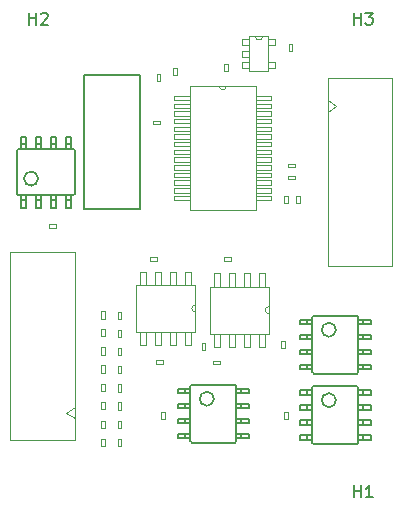
<source format=gbr>
%TF.GenerationSoftware,KiCad,Pcbnew,8.0.7*%
%TF.CreationDate,2025-01-10T16:13:59+05:30*%
%TF.ProjectId,STHDAQ_B0_COPY,53544844-4151-45f4-9230-5f434f50592e,rev?*%
%TF.SameCoordinates,Original*%
%TF.FileFunction,AssemblyDrawing,Top*%
%FSLAX46Y46*%
G04 Gerber Fmt 4.6, Leading zero omitted, Abs format (unit mm)*
G04 Created by KiCad (PCBNEW 8.0.7) date 2025-01-10 16:13:59*
%MOMM*%
%LPD*%
G01*
G04 APERTURE LIST*
%ADD10C,0.150000*%
%ADD11C,0.100000*%
%ADD12C,0.025400*%
%ADD13C,0.127000*%
G04 APERTURE END LIST*
D10*
X209999095Y-60911819D02*
X209999095Y-59911819D01*
X209999095Y-60388009D02*
X210570523Y-60388009D01*
X210570523Y-60911819D02*
X210570523Y-59911819D01*
X210951476Y-59911819D02*
X211570523Y-59911819D01*
X211570523Y-59911819D02*
X211237190Y-60292771D01*
X211237190Y-60292771D02*
X211380047Y-60292771D01*
X211380047Y-60292771D02*
X211475285Y-60340390D01*
X211475285Y-60340390D02*
X211522904Y-60388009D01*
X211522904Y-60388009D02*
X211570523Y-60483247D01*
X211570523Y-60483247D02*
X211570523Y-60721342D01*
X211570523Y-60721342D02*
X211522904Y-60816580D01*
X211522904Y-60816580D02*
X211475285Y-60864200D01*
X211475285Y-60864200D02*
X211380047Y-60911819D01*
X211380047Y-60911819D02*
X211094333Y-60911819D01*
X211094333Y-60911819D02*
X210999095Y-60864200D01*
X210999095Y-60864200D02*
X210951476Y-60816580D01*
X209999095Y-100911819D02*
X209999095Y-99911819D01*
X209999095Y-100388009D02*
X210570523Y-100388009D01*
X210570523Y-100911819D02*
X210570523Y-99911819D01*
X211570523Y-100911819D02*
X210999095Y-100911819D01*
X211284809Y-100911819D02*
X211284809Y-99911819D01*
X211284809Y-99911819D02*
X211189571Y-100054676D01*
X211189571Y-100054676D02*
X211094333Y-100149914D01*
X211094333Y-100149914D02*
X210999095Y-100197533D01*
X182499095Y-60911819D02*
X182499095Y-59911819D01*
X182499095Y-60388009D02*
X183070523Y-60388009D01*
X183070523Y-60911819D02*
X183070523Y-59911819D01*
X183499095Y-60007057D02*
X183546714Y-59959438D01*
X183546714Y-59959438D02*
X183641952Y-59911819D01*
X183641952Y-59911819D02*
X183880047Y-59911819D01*
X183880047Y-59911819D02*
X183975285Y-59959438D01*
X183975285Y-59959438D02*
X184022904Y-60007057D01*
X184022904Y-60007057D02*
X184070523Y-60102295D01*
X184070523Y-60102295D02*
X184070523Y-60197533D01*
X184070523Y-60197533D02*
X184022904Y-60340390D01*
X184022904Y-60340390D02*
X183451476Y-60911819D01*
X183451476Y-60911819D02*
X184070523Y-60911819D01*
D11*
%TO.C,C13*%
X204373200Y-73731998D02*
X204973200Y-73731998D01*
X204373200Y-74031998D02*
X204373200Y-73731998D01*
X204973200Y-73731998D02*
X204973200Y-74031998D01*
X204973200Y-74031998D02*
X204373200Y-74031998D01*
%TO.C,C9*%
X194668000Y-64597000D02*
X194968000Y-64597000D01*
X194668000Y-65197000D02*
X194668000Y-64597000D01*
X194968000Y-64597000D02*
X194968000Y-65197000D01*
X194968000Y-65197000D02*
X194668000Y-65197000D01*
%TO.C,C20*%
X189969000Y-86756000D02*
X190269000Y-86756000D01*
X189969000Y-87356000D02*
X189969000Y-86756000D01*
X190269000Y-86756000D02*
X190269000Y-87356000D01*
X190269000Y-87356000D02*
X189969000Y-87356000D01*
%TO.C,C6*%
X192994000Y-69065000D02*
X193594000Y-69065000D01*
X192994000Y-69365000D02*
X192994000Y-69065000D01*
X193594000Y-69065000D02*
X193594000Y-69365000D01*
X193594000Y-69365000D02*
X192994000Y-69365000D01*
D12*
%TO.C,U4*%
X197777100Y-83096100D02*
X197777100Y-87083900D01*
X197777100Y-87083900D02*
X202780900Y-87083900D01*
X198120000Y-81991200D02*
X198120000Y-83096100D01*
X198120000Y-83096100D02*
X198628000Y-83096100D01*
X198120000Y-87083900D02*
X198120000Y-88188800D01*
X198120000Y-88188800D02*
X198628000Y-88188800D01*
X198628000Y-81991200D02*
X198120000Y-81991200D01*
X198628000Y-83096100D02*
X198628000Y-81991200D01*
X198628000Y-87083900D02*
X198120000Y-87083900D01*
X198628000Y-88188800D02*
X198628000Y-87083900D01*
X199390000Y-81991200D02*
X199390000Y-83096100D01*
X199390000Y-83096100D02*
X199898000Y-83096100D01*
X199390000Y-87083900D02*
X199390000Y-88188800D01*
X199390000Y-88188800D02*
X199898000Y-88188800D01*
X199898000Y-81991200D02*
X199390000Y-81991200D01*
X199898000Y-83096100D02*
X199898000Y-81991200D01*
X199898000Y-87083900D02*
X199390000Y-87083900D01*
X199898000Y-88188800D02*
X199898000Y-87083900D01*
X200660000Y-81991200D02*
X200660000Y-83096100D01*
X200660000Y-83096100D02*
X201168000Y-83096100D01*
X200660000Y-87083900D02*
X200660000Y-88188800D01*
X200660000Y-88188800D02*
X201168000Y-88188800D01*
X201168000Y-81991200D02*
X200660000Y-81991200D01*
X201168000Y-83096100D02*
X201168000Y-81991200D01*
X201168000Y-87083900D02*
X200660000Y-87083900D01*
X201168000Y-88188800D02*
X201168000Y-87083900D01*
X201930000Y-81991200D02*
X201930000Y-83096100D01*
X201930000Y-83096100D02*
X202438000Y-83096100D01*
X201930000Y-87083900D02*
X201930000Y-88188800D01*
X201930000Y-88188800D02*
X202438000Y-88188800D01*
X202438000Y-81991200D02*
X201930000Y-81991200D01*
X202438000Y-83096100D02*
X202438000Y-81991200D01*
X202438000Y-87083900D02*
X201930000Y-87083900D01*
X202438000Y-88188800D02*
X202438000Y-87083900D01*
X202780900Y-83096100D02*
X197777100Y-83096100D01*
X202780900Y-87083900D02*
X202780900Y-83096100D01*
X202780900Y-85394800D02*
G75*
G02*
X202780900Y-84785200I0J304800D01*
G01*
D11*
%TO.C,C3*%
X198999000Y-80622000D02*
X199599000Y-80622000D01*
X198999000Y-80922000D02*
X198999000Y-80622000D01*
X199599000Y-80622000D02*
X199599000Y-80922000D01*
X199599000Y-80922000D02*
X198999000Y-80922000D01*
%TO.C,R2*%
X193652000Y-93680000D02*
X193952000Y-93680000D01*
X193652000Y-94280000D02*
X193652000Y-93680000D01*
X193952000Y-93680000D02*
X193952000Y-94280000D01*
X193952000Y-94280000D02*
X193652000Y-94280000D01*
%TO.C,R11*%
X204066000Y-93680000D02*
X204366000Y-93680000D01*
X204066000Y-94280000D02*
X204066000Y-93680000D01*
X204366000Y-93680000D02*
X204366000Y-94280000D01*
X204366000Y-94280000D02*
X204066000Y-94280000D01*
%TO.C,J2*%
X213205457Y-65481000D02*
X213205457Y-81331000D01*
X208462564Y-67781000D02*
X207755457Y-68281000D01*
X207755457Y-81331000D02*
X213205457Y-81331000D01*
X207755457Y-67281000D02*
X208462564Y-67781000D01*
X207755457Y-65481000D02*
X213205457Y-65481000D01*
X207755457Y-65481000D02*
X207755457Y-81331000D01*
%TO.C,C12*%
X204373200Y-72715998D02*
X204973200Y-72715998D01*
X204373200Y-73015998D02*
X204373200Y-72715998D01*
X204973200Y-72715998D02*
X204973200Y-73015998D01*
X204973200Y-73015998D02*
X204373200Y-73015998D01*
D13*
%TO.C,U5*%
X195072408Y-91757990D02*
X195485209Y-91757990D01*
X195072408Y-92138000D02*
X195072408Y-91757990D01*
X195072408Y-92138000D02*
X195485209Y-92138000D01*
X195072408Y-93027990D02*
X195485209Y-93027990D01*
X195072408Y-93408000D02*
X195072408Y-93027990D01*
X195072408Y-93408000D02*
X195485209Y-93408000D01*
X195072408Y-94297990D02*
X195485209Y-94297990D01*
X195072408Y-94678000D02*
X195072408Y-94297990D01*
X195072408Y-94678000D02*
X195485209Y-94678000D01*
X195072408Y-95567990D02*
X195485209Y-95567990D01*
X195072408Y-95948000D02*
X195072408Y-95567990D01*
X195072408Y-95948000D02*
X195485209Y-95948000D01*
X195485209Y-91757990D02*
X195699179Y-91757990D01*
X195485209Y-92138000D02*
X195699179Y-92138000D01*
X195485209Y-93027990D02*
X195699179Y-93027990D01*
X195485209Y-93408000D02*
X195699179Y-93408000D01*
X195485209Y-94297990D02*
X195699179Y-94297990D01*
X195485209Y-94678000D02*
X195699179Y-94678000D01*
X195485209Y-95567990D02*
X195699179Y-95567990D01*
X195485209Y-95948000D02*
X195699179Y-95948000D01*
X195699179Y-91757990D02*
X196079163Y-91757990D01*
X195699179Y-92138000D02*
X195699179Y-91757990D01*
X195699179Y-92138000D02*
X196079163Y-92138000D01*
X195699179Y-93027990D02*
X196079163Y-93027990D01*
X195699179Y-93408000D02*
X195699179Y-93027990D01*
X195699179Y-93408000D02*
X196079163Y-93408000D01*
X195699179Y-94297990D02*
X196079163Y-94297990D01*
X195699179Y-94678000D02*
X195699179Y-94297990D01*
X195699179Y-94678000D02*
X196079163Y-94678000D01*
X195699179Y-95567990D02*
X196079163Y-95567990D01*
X195699179Y-95948000D02*
X195699179Y-95567990D01*
X195699179Y-95948000D02*
X196079163Y-95948000D01*
X196079163Y-91757990D02*
X196122419Y-91757990D01*
X196079163Y-92138000D02*
X196122419Y-92138000D01*
X196079163Y-93027990D02*
X196122419Y-93027990D01*
X196079163Y-93408000D02*
X196122419Y-93408000D01*
X196079163Y-94297990D02*
X196122419Y-94297990D01*
X196079163Y-94678000D02*
X196122419Y-94678000D01*
X196079163Y-95567990D02*
X196122419Y-95567990D01*
X196079163Y-95948000D02*
X196122419Y-95948000D01*
X196122419Y-91530000D02*
X196122419Y-91529060D01*
X196122419Y-92138000D02*
X196122419Y-91757990D01*
X196122419Y-93408000D02*
X196122419Y-93027990D01*
X196122419Y-94678000D02*
X196122419Y-94297990D01*
X196122419Y-95948000D02*
X196122419Y-95567990D01*
X196122419Y-96175990D02*
X196122419Y-91530000D01*
X196122419Y-96176930D02*
X196122419Y-96175990D01*
X196248479Y-91403000D02*
X196249419Y-91403000D01*
X196248479Y-96302990D02*
X196249419Y-96302990D01*
X196249419Y-91403000D02*
X197742431Y-91403000D01*
X196249419Y-96302990D02*
X197742431Y-96302990D01*
X197742431Y-91403000D02*
X197892418Y-91403000D01*
X197742431Y-91403000D02*
X197892418Y-91403000D01*
X197742431Y-96302990D02*
X197892418Y-96302990D01*
X197742431Y-96302990D02*
X197892418Y-96302990D01*
X197892418Y-91403000D02*
X198252412Y-91403000D01*
X197892418Y-96302990D02*
X198252412Y-96302990D01*
X198252412Y-91403000D02*
X198402424Y-91403000D01*
X198252412Y-91403000D02*
X198402424Y-91403000D01*
X198252412Y-96302990D02*
X198402424Y-96302990D01*
X198252412Y-96302990D02*
X198402424Y-96302990D01*
X198402424Y-91403000D02*
X199895411Y-91403000D01*
X198402424Y-96302990D02*
X199895411Y-96302990D01*
X199895411Y-91403000D02*
X199896351Y-91403000D01*
X199895411Y-96302990D02*
X199896351Y-96302990D01*
X200022411Y-91530000D02*
X200022411Y-91529060D01*
X200022411Y-91757990D02*
X200065667Y-91757990D01*
X200022411Y-92138000D02*
X200022411Y-91757990D01*
X200022411Y-92138000D02*
X200065667Y-92138000D01*
X200022411Y-93027990D02*
X200065667Y-93027990D01*
X200022411Y-93408000D02*
X200022411Y-93027990D01*
X200022411Y-93408000D02*
X200065667Y-93408000D01*
X200022411Y-94297990D02*
X200065667Y-94297990D01*
X200022411Y-94678000D02*
X200022411Y-94297990D01*
X200022411Y-94678000D02*
X200065667Y-94678000D01*
X200022411Y-95567990D02*
X200065667Y-95567990D01*
X200022411Y-95948000D02*
X200022411Y-95567990D01*
X200022411Y-95948000D02*
X200065667Y-95948000D01*
X200022411Y-96175990D02*
X200022411Y-91530000D01*
X200022411Y-96176930D02*
X200022411Y-96175990D01*
X200065667Y-91757990D02*
X200445677Y-91757990D01*
X200065667Y-92138000D02*
X200445677Y-92138000D01*
X200065667Y-93027990D02*
X200445677Y-93027990D01*
X200065667Y-93408000D02*
X200445677Y-93408000D01*
X200065667Y-94297990D02*
X200445677Y-94297990D01*
X200065667Y-94678000D02*
X200445677Y-94678000D01*
X200065667Y-95567990D02*
X200445677Y-95567990D01*
X200065667Y-95948000D02*
X200445677Y-95948000D01*
X200445677Y-91757990D02*
X200659621Y-91757990D01*
X200445677Y-92138000D02*
X200445677Y-91757990D01*
X200445677Y-92138000D02*
X200659621Y-92138000D01*
X200445677Y-93027990D02*
X200659621Y-93027990D01*
X200445677Y-93408000D02*
X200445677Y-93027990D01*
X200445677Y-93408000D02*
X200659621Y-93408000D01*
X200445677Y-94297990D02*
X200659621Y-94297990D01*
X200445677Y-94678000D02*
X200445677Y-94297990D01*
X200445677Y-94678000D02*
X200659621Y-94678000D01*
X200445677Y-95567990D02*
X200659621Y-95567990D01*
X200445677Y-95948000D02*
X200445677Y-95567990D01*
X200445677Y-95948000D02*
X200659621Y-95948000D01*
X200659621Y-91757990D02*
X201072422Y-91757990D01*
X200659621Y-92138000D02*
X201072422Y-92138000D01*
X200659621Y-93027990D02*
X201072422Y-93027990D01*
X200659621Y-93408000D02*
X201072422Y-93408000D01*
X200659621Y-94297990D02*
X201072422Y-94297990D01*
X200659621Y-94678000D02*
X201072422Y-94678000D01*
X200659621Y-95567990D02*
X201072422Y-95567990D01*
X200659621Y-95948000D02*
X201072422Y-95948000D01*
X201072422Y-92138000D02*
X201072422Y-91757990D01*
X201072422Y-93408000D02*
X201072422Y-93027990D01*
X201072422Y-94678000D02*
X201072422Y-94297990D01*
X201072422Y-95948000D02*
X201072422Y-95567990D01*
X196122417Y-91529059D02*
G75*
G02*
X196248478Y-91402998I127004J-943D01*
G01*
X196248478Y-96302992D02*
G75*
G02*
X196122417Y-96176931I943J127004D01*
G01*
X197519419Y-91999900D02*
G75*
G02*
X197519419Y-93193700I0J-596900D01*
G01*
X197519419Y-93193700D02*
G75*
G02*
X197519419Y-91999900I0J596900D01*
G01*
X199896352Y-91402998D02*
G75*
G02*
X200022421Y-91529059I-933J-127002D01*
G01*
X200022413Y-96176931D02*
G75*
G02*
X199896352Y-96302994I-126994J931D01*
G01*
%TO.C,U7*%
X205404989Y-85915990D02*
X205817790Y-85915990D01*
X205404989Y-86296000D02*
X205404989Y-85915990D01*
X205404989Y-86296000D02*
X205817790Y-86296000D01*
X205404989Y-87185990D02*
X205817790Y-87185990D01*
X205404989Y-87566000D02*
X205404989Y-87185990D01*
X205404989Y-87566000D02*
X205817790Y-87566000D01*
X205404989Y-88455990D02*
X205817790Y-88455990D01*
X205404989Y-88836000D02*
X205404989Y-88455990D01*
X205404989Y-88836000D02*
X205817790Y-88836000D01*
X205404989Y-89725990D02*
X205817790Y-89725990D01*
X205404989Y-90106000D02*
X205404989Y-89725990D01*
X205404989Y-90106000D02*
X205817790Y-90106000D01*
X205817790Y-85915990D02*
X206031760Y-85915990D01*
X205817790Y-86296000D02*
X206031760Y-86296000D01*
X205817790Y-87185990D02*
X206031760Y-87185990D01*
X205817790Y-87566000D02*
X206031760Y-87566000D01*
X205817790Y-88455990D02*
X206031760Y-88455990D01*
X205817790Y-88836000D02*
X206031760Y-88836000D01*
X205817790Y-89725990D02*
X206031760Y-89725990D01*
X205817790Y-90106000D02*
X206031760Y-90106000D01*
X206031760Y-85915990D02*
X206411744Y-85915990D01*
X206031760Y-86296000D02*
X206031760Y-85915990D01*
X206031760Y-86296000D02*
X206411744Y-86296000D01*
X206031760Y-87185990D02*
X206411744Y-87185990D01*
X206031760Y-87566000D02*
X206031760Y-87185990D01*
X206031760Y-87566000D02*
X206411744Y-87566000D01*
X206031760Y-88455990D02*
X206411744Y-88455990D01*
X206031760Y-88836000D02*
X206031760Y-88455990D01*
X206031760Y-88836000D02*
X206411744Y-88836000D01*
X206031760Y-89725990D02*
X206411744Y-89725990D01*
X206031760Y-90106000D02*
X206031760Y-89725990D01*
X206031760Y-90106000D02*
X206411744Y-90106000D01*
X206411744Y-85915990D02*
X206455000Y-85915990D01*
X206411744Y-86296000D02*
X206455000Y-86296000D01*
X206411744Y-87185990D02*
X206455000Y-87185990D01*
X206411744Y-87566000D02*
X206455000Y-87566000D01*
X206411744Y-88455990D02*
X206455000Y-88455990D01*
X206411744Y-88836000D02*
X206455000Y-88836000D01*
X206411744Y-89725990D02*
X206455000Y-89725990D01*
X206411744Y-90106000D02*
X206455000Y-90106000D01*
X206455000Y-85688000D02*
X206455000Y-85687060D01*
X206455000Y-86296000D02*
X206455000Y-85915990D01*
X206455000Y-87566000D02*
X206455000Y-87185990D01*
X206455000Y-88836000D02*
X206455000Y-88455990D01*
X206455000Y-90106000D02*
X206455000Y-89725990D01*
X206455000Y-90333990D02*
X206455000Y-85688000D01*
X206455000Y-90334930D02*
X206455000Y-90333990D01*
X206581060Y-85561000D02*
X206582000Y-85561000D01*
X206581060Y-90460990D02*
X206582000Y-90460990D01*
X206582000Y-85561000D02*
X208075012Y-85561000D01*
X206582000Y-90460990D02*
X208075012Y-90460990D01*
X208075012Y-85561000D02*
X208224999Y-85561000D01*
X208075012Y-85561000D02*
X208224999Y-85561000D01*
X208075012Y-90460990D02*
X208224999Y-90460990D01*
X208075012Y-90460990D02*
X208224999Y-90460990D01*
X208224999Y-85561000D02*
X208584993Y-85561000D01*
X208224999Y-90460990D02*
X208584993Y-90460990D01*
X208584993Y-85561000D02*
X208735005Y-85561000D01*
X208584993Y-85561000D02*
X208735005Y-85561000D01*
X208584993Y-90460990D02*
X208735005Y-90460990D01*
X208584993Y-90460990D02*
X208735005Y-90460990D01*
X208735005Y-85561000D02*
X210227992Y-85561000D01*
X208735005Y-90460990D02*
X210227992Y-90460990D01*
X210227992Y-85561000D02*
X210228932Y-85561000D01*
X210227992Y-90460990D02*
X210228932Y-90460990D01*
X210354992Y-85688000D02*
X210354992Y-85687060D01*
X210354992Y-85915990D02*
X210398248Y-85915990D01*
X210354992Y-86296000D02*
X210354992Y-85915990D01*
X210354992Y-86296000D02*
X210398248Y-86296000D01*
X210354992Y-87185990D02*
X210398248Y-87185990D01*
X210354992Y-87566000D02*
X210354992Y-87185990D01*
X210354992Y-87566000D02*
X210398248Y-87566000D01*
X210354992Y-88455990D02*
X210398248Y-88455990D01*
X210354992Y-88836000D02*
X210354992Y-88455990D01*
X210354992Y-88836000D02*
X210398248Y-88836000D01*
X210354992Y-89725990D02*
X210398248Y-89725990D01*
X210354992Y-90106000D02*
X210354992Y-89725990D01*
X210354992Y-90106000D02*
X210398248Y-90106000D01*
X210354992Y-90333990D02*
X210354992Y-85688000D01*
X210354992Y-90334930D02*
X210354992Y-90333990D01*
X210398248Y-85915990D02*
X210778258Y-85915990D01*
X210398248Y-86296000D02*
X210778258Y-86296000D01*
X210398248Y-87185990D02*
X210778258Y-87185990D01*
X210398248Y-87566000D02*
X210778258Y-87566000D01*
X210398248Y-88455990D02*
X210778258Y-88455990D01*
X210398248Y-88836000D02*
X210778258Y-88836000D01*
X210398248Y-89725990D02*
X210778258Y-89725990D01*
X210398248Y-90106000D02*
X210778258Y-90106000D01*
X210778258Y-85915990D02*
X210992202Y-85915990D01*
X210778258Y-86296000D02*
X210778258Y-85915990D01*
X210778258Y-86296000D02*
X210992202Y-86296000D01*
X210778258Y-87185990D02*
X210992202Y-87185990D01*
X210778258Y-87566000D02*
X210778258Y-87185990D01*
X210778258Y-87566000D02*
X210992202Y-87566000D01*
X210778258Y-88455990D02*
X210992202Y-88455990D01*
X210778258Y-88836000D02*
X210778258Y-88455990D01*
X210778258Y-88836000D02*
X210992202Y-88836000D01*
X210778258Y-89725990D02*
X210992202Y-89725990D01*
X210778258Y-90106000D02*
X210778258Y-89725990D01*
X210778258Y-90106000D02*
X210992202Y-90106000D01*
X210992202Y-85915990D02*
X211405003Y-85915990D01*
X210992202Y-86296000D02*
X211405003Y-86296000D01*
X210992202Y-87185990D02*
X211405003Y-87185990D01*
X210992202Y-87566000D02*
X211405003Y-87566000D01*
X210992202Y-88455990D02*
X211405003Y-88455990D01*
X210992202Y-88836000D02*
X211405003Y-88836000D01*
X210992202Y-89725990D02*
X211405003Y-89725990D01*
X210992202Y-90106000D02*
X211405003Y-90106000D01*
X211405003Y-86296000D02*
X211405003Y-85915990D01*
X211405003Y-87566000D02*
X211405003Y-87185990D01*
X211405003Y-88836000D02*
X211405003Y-88455990D01*
X211405003Y-90106000D02*
X211405003Y-89725990D01*
X206454998Y-85687059D02*
G75*
G02*
X206581059Y-85560998I127004J-943D01*
G01*
X206581059Y-90460992D02*
G75*
G02*
X206454998Y-90334931I943J127004D01*
G01*
X207852000Y-86157900D02*
G75*
G02*
X207852000Y-87351700I0J-596900D01*
G01*
X207852000Y-87351700D02*
G75*
G02*
X207852000Y-86157900I0J596900D01*
G01*
X210228933Y-85560998D02*
G75*
G02*
X210355002Y-85687059I-933J-127002D01*
G01*
X210354994Y-90334931D02*
G75*
G02*
X210228933Y-90460994I-126994J931D01*
G01*
D11*
%TO.C,C11*%
X204066000Y-75458000D02*
X204366000Y-75458000D01*
X204066000Y-76058000D02*
X204066000Y-75458000D01*
X204366000Y-75458000D02*
X204366000Y-76058000D01*
X204366000Y-76058000D02*
X204066000Y-76058000D01*
%TO.C,R8*%
X188572000Y-88256000D02*
X188872000Y-88256000D01*
X188572000Y-88856000D02*
X188572000Y-88256000D01*
X188872000Y-88256000D02*
X188872000Y-88856000D01*
X188872000Y-88856000D02*
X188572000Y-88856000D01*
%TO.C,C4*%
X197081000Y-87838000D02*
X197381000Y-87838000D01*
X197081000Y-88438000D02*
X197081000Y-87838000D01*
X197381000Y-87838000D02*
X197381000Y-88438000D01*
X197381000Y-88438000D02*
X197081000Y-88438000D01*
%TO.C,R6*%
X188572000Y-91365000D02*
X188872000Y-91365000D01*
X188572000Y-91965000D02*
X188572000Y-91365000D01*
X188872000Y-91365000D02*
X188872000Y-91965000D01*
X188872000Y-91965000D02*
X188572000Y-91965000D01*
%TO.C,C19*%
X189969000Y-88280000D02*
X190269000Y-88280000D01*
X189969000Y-88880000D02*
X189969000Y-88280000D01*
X190269000Y-88280000D02*
X190269000Y-88880000D01*
X190269000Y-88880000D02*
X189969000Y-88880000D01*
%TO.C,R3*%
X188572000Y-96003000D02*
X188872000Y-96003000D01*
X188572000Y-96603000D02*
X188572000Y-96003000D01*
X188872000Y-96003000D02*
X188872000Y-96603000D01*
X188872000Y-96603000D02*
X188572000Y-96603000D01*
%TO.C,C21*%
X189969000Y-85232000D02*
X190269000Y-85232000D01*
X189969000Y-85832000D02*
X189969000Y-85232000D01*
X190269000Y-85232000D02*
X190269000Y-85832000D01*
X190269000Y-85832000D02*
X189969000Y-85832000D01*
%TO.C,C1*%
X198986000Y-64216000D02*
X199286000Y-64216000D01*
X198986000Y-64816000D02*
X198986000Y-64216000D01*
X199286000Y-64216000D02*
X199286000Y-64816000D01*
X199286000Y-64816000D02*
X198986000Y-64816000D01*
D13*
%TO.C,Y1*%
X187134000Y-65166000D02*
X191834000Y-65166000D01*
X187134000Y-76566000D02*
X187134000Y-65166000D01*
X187134000Y-76566000D02*
X191834000Y-76566000D01*
X191834000Y-76566000D02*
X191834000Y-65166000D01*
D11*
%TO.C,C14*%
X189969000Y-96027000D02*
X190269000Y-96027000D01*
X189969000Y-96627000D02*
X189969000Y-96027000D01*
X190269000Y-96027000D02*
X190269000Y-96627000D01*
X190269000Y-96627000D02*
X189969000Y-96627000D01*
D13*
%TO.C,U6*%
X205404989Y-91884990D02*
X205817790Y-91884990D01*
X205404989Y-92265000D02*
X205404989Y-91884990D01*
X205404989Y-92265000D02*
X205817790Y-92265000D01*
X205404989Y-93154990D02*
X205817790Y-93154990D01*
X205404989Y-93535000D02*
X205404989Y-93154990D01*
X205404989Y-93535000D02*
X205817790Y-93535000D01*
X205404989Y-94424990D02*
X205817790Y-94424990D01*
X205404989Y-94805000D02*
X205404989Y-94424990D01*
X205404989Y-94805000D02*
X205817790Y-94805000D01*
X205404989Y-95694990D02*
X205817790Y-95694990D01*
X205404989Y-96075000D02*
X205404989Y-95694990D01*
X205404989Y-96075000D02*
X205817790Y-96075000D01*
X205817790Y-91884990D02*
X206031760Y-91884990D01*
X205817790Y-92265000D02*
X206031760Y-92265000D01*
X205817790Y-93154990D02*
X206031760Y-93154990D01*
X205817790Y-93535000D02*
X206031760Y-93535000D01*
X205817790Y-94424990D02*
X206031760Y-94424990D01*
X205817790Y-94805000D02*
X206031760Y-94805000D01*
X205817790Y-95694990D02*
X206031760Y-95694990D01*
X205817790Y-96075000D02*
X206031760Y-96075000D01*
X206031760Y-91884990D02*
X206411744Y-91884990D01*
X206031760Y-92265000D02*
X206031760Y-91884990D01*
X206031760Y-92265000D02*
X206411744Y-92265000D01*
X206031760Y-93154990D02*
X206411744Y-93154990D01*
X206031760Y-93535000D02*
X206031760Y-93154990D01*
X206031760Y-93535000D02*
X206411744Y-93535000D01*
X206031760Y-94424990D02*
X206411744Y-94424990D01*
X206031760Y-94805000D02*
X206031760Y-94424990D01*
X206031760Y-94805000D02*
X206411744Y-94805000D01*
X206031760Y-95694990D02*
X206411744Y-95694990D01*
X206031760Y-96075000D02*
X206031760Y-95694990D01*
X206031760Y-96075000D02*
X206411744Y-96075000D01*
X206411744Y-91884990D02*
X206455000Y-91884990D01*
X206411744Y-92265000D02*
X206455000Y-92265000D01*
X206411744Y-93154990D02*
X206455000Y-93154990D01*
X206411744Y-93535000D02*
X206455000Y-93535000D01*
X206411744Y-94424990D02*
X206455000Y-94424990D01*
X206411744Y-94805000D02*
X206455000Y-94805000D01*
X206411744Y-95694990D02*
X206455000Y-95694990D01*
X206411744Y-96075000D02*
X206455000Y-96075000D01*
X206455000Y-91657000D02*
X206455000Y-91656060D01*
X206455000Y-92265000D02*
X206455000Y-91884990D01*
X206455000Y-93535000D02*
X206455000Y-93154990D01*
X206455000Y-94805000D02*
X206455000Y-94424990D01*
X206455000Y-96075000D02*
X206455000Y-95694990D01*
X206455000Y-96302990D02*
X206455000Y-91657000D01*
X206455000Y-96303930D02*
X206455000Y-96302990D01*
X206581060Y-91530000D02*
X206582000Y-91530000D01*
X206581060Y-96429990D02*
X206582000Y-96429990D01*
X206582000Y-91530000D02*
X208075012Y-91530000D01*
X206582000Y-96429990D02*
X208075012Y-96429990D01*
X208075012Y-91530000D02*
X208224999Y-91530000D01*
X208075012Y-91530000D02*
X208224999Y-91530000D01*
X208075012Y-96429990D02*
X208224999Y-96429990D01*
X208075012Y-96429990D02*
X208224999Y-96429990D01*
X208224999Y-91530000D02*
X208584993Y-91530000D01*
X208224999Y-96429990D02*
X208584993Y-96429990D01*
X208584993Y-91530000D02*
X208735005Y-91530000D01*
X208584993Y-91530000D02*
X208735005Y-91530000D01*
X208584993Y-96429990D02*
X208735005Y-96429990D01*
X208584993Y-96429990D02*
X208735005Y-96429990D01*
X208735005Y-91530000D02*
X210227992Y-91530000D01*
X208735005Y-96429990D02*
X210227992Y-96429990D01*
X210227992Y-91530000D02*
X210228932Y-91530000D01*
X210227992Y-96429990D02*
X210228932Y-96429990D01*
X210354992Y-91657000D02*
X210354992Y-91656060D01*
X210354992Y-91884990D02*
X210398248Y-91884990D01*
X210354992Y-92265000D02*
X210354992Y-91884990D01*
X210354992Y-92265000D02*
X210398248Y-92265000D01*
X210354992Y-93154990D02*
X210398248Y-93154990D01*
X210354992Y-93535000D02*
X210354992Y-93154990D01*
X210354992Y-93535000D02*
X210398248Y-93535000D01*
X210354992Y-94424990D02*
X210398248Y-94424990D01*
X210354992Y-94805000D02*
X210354992Y-94424990D01*
X210354992Y-94805000D02*
X210398248Y-94805000D01*
X210354992Y-95694990D02*
X210398248Y-95694990D01*
X210354992Y-96075000D02*
X210354992Y-95694990D01*
X210354992Y-96075000D02*
X210398248Y-96075000D01*
X210354992Y-96302990D02*
X210354992Y-91657000D01*
X210354992Y-96303930D02*
X210354992Y-96302990D01*
X210398248Y-91884990D02*
X210778258Y-91884990D01*
X210398248Y-92265000D02*
X210778258Y-92265000D01*
X210398248Y-93154990D02*
X210778258Y-93154990D01*
X210398248Y-93535000D02*
X210778258Y-93535000D01*
X210398248Y-94424990D02*
X210778258Y-94424990D01*
X210398248Y-94805000D02*
X210778258Y-94805000D01*
X210398248Y-95694990D02*
X210778258Y-95694990D01*
X210398248Y-96075000D02*
X210778258Y-96075000D01*
X210778258Y-91884990D02*
X210992202Y-91884990D01*
X210778258Y-92265000D02*
X210778258Y-91884990D01*
X210778258Y-92265000D02*
X210992202Y-92265000D01*
X210778258Y-93154990D02*
X210992202Y-93154990D01*
X210778258Y-93535000D02*
X210778258Y-93154990D01*
X210778258Y-93535000D02*
X210992202Y-93535000D01*
X210778258Y-94424990D02*
X210992202Y-94424990D01*
X210778258Y-94805000D02*
X210778258Y-94424990D01*
X210778258Y-94805000D02*
X210992202Y-94805000D01*
X210778258Y-95694990D02*
X210992202Y-95694990D01*
X210778258Y-96075000D02*
X210778258Y-95694990D01*
X210778258Y-96075000D02*
X210992202Y-96075000D01*
X210992202Y-91884990D02*
X211405003Y-91884990D01*
X210992202Y-92265000D02*
X211405003Y-92265000D01*
X210992202Y-93154990D02*
X211405003Y-93154990D01*
X210992202Y-93535000D02*
X211405003Y-93535000D01*
X210992202Y-94424990D02*
X211405003Y-94424990D01*
X210992202Y-94805000D02*
X211405003Y-94805000D01*
X210992202Y-95694990D02*
X211405003Y-95694990D01*
X210992202Y-96075000D02*
X211405003Y-96075000D01*
X211405003Y-92265000D02*
X211405003Y-91884990D01*
X211405003Y-93535000D02*
X211405003Y-93154990D01*
X211405003Y-94805000D02*
X211405003Y-94424990D01*
X211405003Y-96075000D02*
X211405003Y-95694990D01*
X206454998Y-91656059D02*
G75*
G02*
X206581059Y-91529998I127004J-943D01*
G01*
X206581059Y-96429992D02*
G75*
G02*
X206454998Y-96303931I943J127004D01*
G01*
X207852000Y-92126900D02*
G75*
G02*
X207852000Y-93320700I0J-596900D01*
G01*
X207852000Y-93320700D02*
G75*
G02*
X207852000Y-92126900I0J596900D01*
G01*
X210228933Y-91529998D02*
G75*
G02*
X210355002Y-91656059I-933J-127002D01*
G01*
X210354994Y-96303931D02*
G75*
G02*
X210228933Y-96429994I-126994J931D01*
G01*
D11*
%TO.C,C10*%
X205082000Y-75458000D02*
X205382000Y-75458000D01*
X205082000Y-76058000D02*
X205082000Y-75458000D01*
X205382000Y-75458000D02*
X205382000Y-76058000D01*
X205382000Y-76058000D02*
X205082000Y-76058000D01*
%TO.C,R1*%
X198074000Y-89385000D02*
X198674000Y-89385000D01*
X198074000Y-89685000D02*
X198074000Y-89385000D01*
X198674000Y-89385000D02*
X198674000Y-89685000D01*
X198674000Y-89685000D02*
X198074000Y-89685000D01*
%TO.C,J1*%
X180873000Y-96063000D02*
X180873000Y-80213000D01*
X185615893Y-93763000D02*
X186323000Y-93263000D01*
X186323000Y-80213000D02*
X180873000Y-80213000D01*
X186323000Y-94263000D02*
X185615893Y-93763000D01*
X186323000Y-96063000D02*
X180873000Y-96063000D01*
X186323000Y-96063000D02*
X186323000Y-80213000D01*
%TO.C,R7*%
X188572000Y-89776000D02*
X188872000Y-89776000D01*
X188572000Y-90376000D02*
X188572000Y-89776000D01*
X188872000Y-89776000D02*
X188872000Y-90376000D01*
X188872000Y-90376000D02*
X188572000Y-90376000D01*
%TO.C,R4*%
X188572000Y-94479000D02*
X188872000Y-94479000D01*
X188572000Y-95079000D02*
X188572000Y-94479000D01*
X188872000Y-94479000D02*
X188872000Y-95079000D01*
X188872000Y-95079000D02*
X188572000Y-95079000D01*
%TO.C,C2*%
X204447000Y-62565000D02*
X204747000Y-62565000D01*
X204447000Y-63165000D02*
X204447000Y-62565000D01*
X204747000Y-62565000D02*
X204747000Y-63165000D01*
X204747000Y-63165000D02*
X204447000Y-63165000D01*
%TO.C,R10*%
X188576000Y-85208000D02*
X188876000Y-85208000D01*
X188576000Y-85808000D02*
X188576000Y-85208000D01*
X188876000Y-85208000D02*
X188876000Y-85808000D01*
X188876000Y-85808000D02*
X188576000Y-85808000D01*
%TO.C,C18*%
X189969000Y-89804000D02*
X190269000Y-89804000D01*
X189969000Y-90404000D02*
X189969000Y-89804000D01*
X190269000Y-89804000D02*
X190269000Y-90404000D01*
X190269000Y-90404000D02*
X189969000Y-90404000D01*
%TO.C,R9*%
X188571000Y-86719000D02*
X188871000Y-86719000D01*
X188571000Y-87319000D02*
X188571000Y-86719000D01*
X188871000Y-86719000D02*
X188871000Y-87319000D01*
X188871000Y-87319000D02*
X188571000Y-87319000D01*
%TO.C,R5*%
X188572000Y-92885000D02*
X188872000Y-92885000D01*
X188572000Y-93485000D02*
X188572000Y-92885000D01*
X188872000Y-92885000D02*
X188872000Y-93485000D01*
X188872000Y-93485000D02*
X188572000Y-93485000D01*
%TO.C,R13*%
X184125000Y-78128000D02*
X184125000Y-77828000D01*
X184725000Y-78128000D02*
X184125000Y-78128000D01*
X184125000Y-77828000D02*
X184725000Y-77828000D01*
X184725000Y-77828000D02*
X184725000Y-78128000D01*
%TO.C,C5*%
X192740000Y-80622000D02*
X193340000Y-80622000D01*
X192740000Y-80922000D02*
X192740000Y-80622000D01*
X193340000Y-80622000D02*
X193340000Y-80922000D01*
X193340000Y-80922000D02*
X192740000Y-80922000D01*
%TO.C,C17*%
X189969000Y-91389000D02*
X190269000Y-91389000D01*
X189969000Y-91989000D02*
X189969000Y-91389000D01*
X190269000Y-91389000D02*
X190269000Y-91989000D01*
X190269000Y-91989000D02*
X189969000Y-91989000D01*
%TO.C,C16*%
X189966000Y-92913000D02*
X190266000Y-92913000D01*
X189966000Y-93513000D02*
X189966000Y-92913000D01*
X190266000Y-92913000D02*
X190266000Y-93513000D01*
X190266000Y-93513000D02*
X189966000Y-93513000D01*
%TO.C,C15*%
X189969000Y-94503000D02*
X190269000Y-94503000D01*
X189969000Y-95103000D02*
X189969000Y-94503000D01*
X190269000Y-94503000D02*
X190269000Y-95103000D01*
X190269000Y-95103000D02*
X189969000Y-95103000D01*
%TO.C,C7*%
X193200000Y-89350000D02*
X193800000Y-89350000D01*
X193200000Y-89650000D02*
X193200000Y-89350000D01*
X193800000Y-89350000D02*
X193800000Y-89650000D01*
X193800000Y-89650000D02*
X193200000Y-89650000D01*
D12*
%TO.C,U2*%
X200533000Y-62169000D02*
X200533000Y-62677000D01*
X200533000Y-62677000D02*
X201129900Y-62677000D01*
X200533000Y-63119000D02*
X200533000Y-63627000D01*
X200533000Y-63627000D02*
X201129900Y-63627000D01*
X200533000Y-64069000D02*
X200533000Y-64577000D01*
X200533000Y-64577000D02*
X201129900Y-64577000D01*
X201129900Y-61925200D02*
X201129900Y-64820800D01*
X201129900Y-62169000D02*
X200533000Y-62169000D01*
X201129900Y-62677000D02*
X201129900Y-62169000D01*
X201129900Y-63119000D02*
X200533000Y-63119000D01*
X201129900Y-63627000D02*
X201129900Y-63119000D01*
X201129900Y-64069000D02*
X200533000Y-64069000D01*
X201129900Y-64577000D02*
X201129900Y-64069000D01*
X201129900Y-64820800D02*
X202730100Y-64820800D01*
X202730100Y-61925200D02*
X201129900Y-61925200D01*
X202730100Y-62169000D02*
X202730100Y-62677000D01*
X202730100Y-62677000D02*
X203327000Y-62677000D01*
X202730100Y-64069000D02*
X202730100Y-64577000D01*
X202730100Y-64577000D02*
X203327000Y-64577000D01*
X202730100Y-64820800D02*
X202730100Y-61925200D01*
X203327000Y-62169000D02*
X202730100Y-62169000D01*
X203327000Y-62677000D02*
X203327000Y-62169000D01*
X203327000Y-64069000D02*
X202730100Y-64069000D01*
X203327000Y-64577000D02*
X203327000Y-64069000D01*
X202234800Y-61925200D02*
G75*
G02*
X201625200Y-61925200I-304800J0D01*
G01*
D11*
%TO.C,R12*%
X203812000Y-87711000D02*
X204112000Y-87711000D01*
X203812000Y-88311000D02*
X203812000Y-87711000D01*
X204112000Y-87711000D02*
X204112000Y-88311000D01*
X204112000Y-88311000D02*
X203812000Y-88311000D01*
%TO.C,C8*%
X193271000Y-65105000D02*
X193571000Y-65105000D01*
X193271000Y-65705000D02*
X193271000Y-65105000D01*
X193571000Y-65105000D02*
X193571000Y-65705000D01*
X193571000Y-65705000D02*
X193271000Y-65705000D01*
D13*
%TO.C,U8*%
X181800990Y-76408011D02*
X181800990Y-75995210D01*
X182181000Y-76408011D02*
X181800990Y-76408011D01*
X182181000Y-76408011D02*
X182181000Y-75995210D01*
X183070990Y-76408011D02*
X183070990Y-75995210D01*
X183451000Y-76408011D02*
X183070990Y-76408011D01*
X183451000Y-76408011D02*
X183451000Y-75995210D01*
X184340990Y-76408011D02*
X184340990Y-75995210D01*
X184721000Y-76408011D02*
X184340990Y-76408011D01*
X184721000Y-76408011D02*
X184721000Y-75995210D01*
X185610990Y-76408011D02*
X185610990Y-75995210D01*
X185991000Y-76408011D02*
X185610990Y-76408011D01*
X185991000Y-76408011D02*
X185991000Y-75995210D01*
X181800990Y-75995210D02*
X181800990Y-75781240D01*
X182181000Y-75995210D02*
X182181000Y-75781240D01*
X183070990Y-75995210D02*
X183070990Y-75781240D01*
X183451000Y-75995210D02*
X183451000Y-75781240D01*
X184340990Y-75995210D02*
X184340990Y-75781240D01*
X184721000Y-75995210D02*
X184721000Y-75781240D01*
X185610990Y-75995210D02*
X185610990Y-75781240D01*
X185991000Y-75995210D02*
X185991000Y-75781240D01*
X181800990Y-75781240D02*
X181800990Y-75401256D01*
X182181000Y-75781240D02*
X181800990Y-75781240D01*
X182181000Y-75781240D02*
X182181000Y-75401256D01*
X183070990Y-75781240D02*
X183070990Y-75401256D01*
X183451000Y-75781240D02*
X183070990Y-75781240D01*
X183451000Y-75781240D02*
X183451000Y-75401256D01*
X184340990Y-75781240D02*
X184340990Y-75401256D01*
X184721000Y-75781240D02*
X184340990Y-75781240D01*
X184721000Y-75781240D02*
X184721000Y-75401256D01*
X185610990Y-75781240D02*
X185610990Y-75401256D01*
X185991000Y-75781240D02*
X185610990Y-75781240D01*
X185991000Y-75781240D02*
X185991000Y-75401256D01*
X181800990Y-75401256D02*
X181800990Y-75358000D01*
X182181000Y-75401256D02*
X182181000Y-75358000D01*
X183070990Y-75401256D02*
X183070990Y-75358000D01*
X183451000Y-75401256D02*
X183451000Y-75358000D01*
X184340990Y-75401256D02*
X184340990Y-75358000D01*
X184721000Y-75401256D02*
X184721000Y-75358000D01*
X185610990Y-75401256D02*
X185610990Y-75358000D01*
X185991000Y-75401256D02*
X185991000Y-75358000D01*
X181573000Y-75358000D02*
X181572060Y-75358000D01*
X182181000Y-75358000D02*
X181800990Y-75358000D01*
X183451000Y-75358000D02*
X183070990Y-75358000D01*
X184721000Y-75358000D02*
X184340990Y-75358000D01*
X185991000Y-75358000D02*
X185610990Y-75358000D01*
X186218990Y-75358000D02*
X181573000Y-75358000D01*
X186219930Y-75358000D02*
X186218990Y-75358000D01*
X181446000Y-75231940D02*
X181446000Y-75231000D01*
X186345990Y-75231940D02*
X186345990Y-75231000D01*
X181446000Y-75231000D02*
X181446000Y-73737988D01*
X186345990Y-75231000D02*
X186345990Y-73737988D01*
X181446000Y-73737988D02*
X181446000Y-73588001D01*
X181446000Y-73737988D02*
X181446000Y-73588001D01*
X186345990Y-73737988D02*
X186345990Y-73588001D01*
X186345990Y-73737988D02*
X186345990Y-73588001D01*
X181446000Y-73588001D02*
X181446000Y-73228007D01*
X186345990Y-73588001D02*
X186345990Y-73228007D01*
X181446000Y-73228007D02*
X181446000Y-73077995D01*
X181446000Y-73228007D02*
X181446000Y-73077995D01*
X186345990Y-73228007D02*
X186345990Y-73077995D01*
X186345990Y-73228007D02*
X186345990Y-73077995D01*
X181446000Y-73077995D02*
X181446000Y-71585008D01*
X186345990Y-73077995D02*
X186345990Y-71585008D01*
X181446000Y-71585008D02*
X181446000Y-71584068D01*
X186345990Y-71585008D02*
X186345990Y-71584068D01*
X181573000Y-71458008D02*
X181572060Y-71458008D01*
X181800990Y-71458008D02*
X181800990Y-71414752D01*
X182181000Y-71458008D02*
X181800990Y-71458008D01*
X182181000Y-71458008D02*
X182181000Y-71414752D01*
X183070990Y-71458008D02*
X183070990Y-71414752D01*
X183451000Y-71458008D02*
X183070990Y-71458008D01*
X183451000Y-71458008D02*
X183451000Y-71414752D01*
X184340990Y-71458008D02*
X184340990Y-71414752D01*
X184721000Y-71458008D02*
X184340990Y-71458008D01*
X184721000Y-71458008D02*
X184721000Y-71414752D01*
X185610990Y-71458008D02*
X185610990Y-71414752D01*
X185991000Y-71458008D02*
X185610990Y-71458008D01*
X185991000Y-71458008D02*
X185991000Y-71414752D01*
X186218990Y-71458008D02*
X181573000Y-71458008D01*
X186219930Y-71458008D02*
X186218990Y-71458008D01*
X181800990Y-71414752D02*
X181800990Y-71034742D01*
X182181000Y-71414752D02*
X182181000Y-71034742D01*
X183070990Y-71414752D02*
X183070990Y-71034742D01*
X183451000Y-71414752D02*
X183451000Y-71034742D01*
X184340990Y-71414752D02*
X184340990Y-71034742D01*
X184721000Y-71414752D02*
X184721000Y-71034742D01*
X185610990Y-71414752D02*
X185610990Y-71034742D01*
X185991000Y-71414752D02*
X185991000Y-71034742D01*
X181800990Y-71034742D02*
X181800990Y-70820798D01*
X182181000Y-71034742D02*
X181800990Y-71034742D01*
X182181000Y-71034742D02*
X182181000Y-70820798D01*
X183070990Y-71034742D02*
X183070990Y-70820798D01*
X183451000Y-71034742D02*
X183070990Y-71034742D01*
X183451000Y-71034742D02*
X183451000Y-70820798D01*
X184340990Y-71034742D02*
X184340990Y-70820798D01*
X184721000Y-71034742D02*
X184340990Y-71034742D01*
X184721000Y-71034742D02*
X184721000Y-70820798D01*
X185610990Y-71034742D02*
X185610990Y-70820798D01*
X185991000Y-71034742D02*
X185610990Y-71034742D01*
X185991000Y-71034742D02*
X185991000Y-70820798D01*
X181800990Y-70820798D02*
X181800990Y-70407997D01*
X182181000Y-70820798D02*
X182181000Y-70407997D01*
X183070990Y-70820798D02*
X183070990Y-70407997D01*
X183451000Y-70820798D02*
X183451000Y-70407997D01*
X184340990Y-70820798D02*
X184340990Y-70407997D01*
X184721000Y-70820798D02*
X184721000Y-70407997D01*
X185610990Y-70820798D02*
X185610990Y-70407997D01*
X185991000Y-70820798D02*
X185991000Y-70407997D01*
X182181000Y-70407997D02*
X181800990Y-70407997D01*
X183451000Y-70407997D02*
X183070990Y-70407997D01*
X184721000Y-70407997D02*
X184340990Y-70407997D01*
X185991000Y-70407997D02*
X185610990Y-70407997D01*
X181572059Y-75358002D02*
G75*
G02*
X181445998Y-75231941I943J127004D01*
G01*
X186345992Y-75231941D02*
G75*
G02*
X186219931Y-75358002I-127004J943D01*
G01*
X182042900Y-73961000D02*
G75*
G02*
X183236700Y-73961000I596900J0D01*
G01*
X183236700Y-73961000D02*
G75*
G02*
X182042900Y-73961000I-596900J0D01*
G01*
X181445998Y-71584067D02*
G75*
G02*
X181572059Y-71457998I127002J-933D01*
G01*
X186219931Y-71458006D02*
G75*
G02*
X186345994Y-71584067I-931J-126994D01*
G01*
D12*
%TO.C,U3*%
X191554100Y-82969100D02*
X191554100Y-86956900D01*
X191554100Y-86956900D02*
X196557900Y-86956900D01*
X191897000Y-81864200D02*
X191897000Y-82969100D01*
X191897000Y-82969100D02*
X192405000Y-82969100D01*
X191897000Y-86956900D02*
X191897000Y-88061800D01*
X191897000Y-88061800D02*
X192405000Y-88061800D01*
X192405000Y-81864200D02*
X191897000Y-81864200D01*
X192405000Y-82969100D02*
X192405000Y-81864200D01*
X192405000Y-86956900D02*
X191897000Y-86956900D01*
X192405000Y-88061800D02*
X192405000Y-86956900D01*
X193167000Y-81864200D02*
X193167000Y-82969100D01*
X193167000Y-82969100D02*
X193675000Y-82969100D01*
X193167000Y-86956900D02*
X193167000Y-88061800D01*
X193167000Y-88061800D02*
X193675000Y-88061800D01*
X193675000Y-81864200D02*
X193167000Y-81864200D01*
X193675000Y-82969100D02*
X193675000Y-81864200D01*
X193675000Y-86956900D02*
X193167000Y-86956900D01*
X193675000Y-88061800D02*
X193675000Y-86956900D01*
X194437000Y-81864200D02*
X194437000Y-82969100D01*
X194437000Y-82969100D02*
X194945000Y-82969100D01*
X194437000Y-86956900D02*
X194437000Y-88061800D01*
X194437000Y-88061800D02*
X194945000Y-88061800D01*
X194945000Y-81864200D02*
X194437000Y-81864200D01*
X194945000Y-82969100D02*
X194945000Y-81864200D01*
X194945000Y-86956900D02*
X194437000Y-86956900D01*
X194945000Y-88061800D02*
X194945000Y-86956900D01*
X195707000Y-81864200D02*
X195707000Y-82969100D01*
X195707000Y-82969100D02*
X196215000Y-82969100D01*
X195707000Y-86956900D02*
X195707000Y-88061800D01*
X195707000Y-88061800D02*
X196215000Y-88061800D01*
X196215000Y-81864200D02*
X195707000Y-81864200D01*
X196215000Y-82969100D02*
X196215000Y-81864200D01*
X196215000Y-86956900D02*
X195707000Y-86956900D01*
X196215000Y-88061800D02*
X196215000Y-86956900D01*
X196557900Y-82969100D02*
X191554100Y-82969100D01*
X196557900Y-86956900D02*
X196557900Y-82969100D01*
X196557900Y-85267800D02*
G75*
G02*
X196557900Y-84658200I0J304800D01*
G01*
%TO.C,U1*%
X194779900Y-66958500D02*
X194779900Y-67339500D01*
X194779900Y-67339500D02*
X196088000Y-67339500D01*
X194779900Y-67608500D02*
X194779900Y-67989500D01*
X194779900Y-67989500D02*
X196088000Y-67989500D01*
X194779900Y-68258500D02*
X194779900Y-68639500D01*
X194779900Y-68639500D02*
X196088000Y-68639500D01*
X194779900Y-68908500D02*
X194779900Y-69289500D01*
X194779900Y-69289500D02*
X196088000Y-69289500D01*
X194779900Y-69558499D02*
X194779900Y-69939499D01*
X194779900Y-69939499D02*
X196088000Y-69939499D01*
X194779900Y-70208499D02*
X194779900Y-70589499D01*
X194779900Y-70589499D02*
X196088000Y-70589499D01*
X194779900Y-70858499D02*
X194779900Y-71239499D01*
X194779900Y-71239499D02*
X196088000Y-71239499D01*
X194779900Y-71508499D02*
X194779900Y-71889499D01*
X194779900Y-71889499D02*
X196088000Y-71889499D01*
X194779900Y-72158499D02*
X194779900Y-72539499D01*
X194779900Y-72539499D02*
X196088000Y-72539499D01*
X194779900Y-72808499D02*
X194779900Y-73189499D01*
X194779900Y-73189499D02*
X196088000Y-73189499D01*
X194779900Y-73458499D02*
X194779900Y-73839499D01*
X194779900Y-73839499D02*
X196088000Y-73839499D01*
X194779900Y-74108499D02*
X194779900Y-74489499D01*
X194779900Y-74489499D02*
X196088000Y-74489499D01*
X194779900Y-74758499D02*
X194779900Y-75139499D01*
X194779900Y-75139499D02*
X196088000Y-75139499D01*
X194779900Y-75408499D02*
X194779900Y-75789499D01*
X194779900Y-75789499D02*
X196088000Y-75789499D01*
X196088000Y-66128900D02*
X196088000Y-76619100D01*
X196088000Y-66958500D02*
X194779900Y-66958500D01*
X196088000Y-67339500D02*
X196088000Y-66958500D01*
X196088000Y-67608500D02*
X194779900Y-67608500D01*
X196088000Y-67989500D02*
X196088000Y-67608500D01*
X196088000Y-68258500D02*
X194779900Y-68258500D01*
X196088000Y-68639500D02*
X196088000Y-68258500D01*
X196088000Y-68908500D02*
X194779900Y-68908500D01*
X196088000Y-69289500D02*
X196088000Y-68908500D01*
X196088000Y-69558499D02*
X194779900Y-69558499D01*
X196088000Y-69939499D02*
X196088000Y-69558499D01*
X196088000Y-70208499D02*
X194779900Y-70208499D01*
X196088000Y-70589499D02*
X196088000Y-70208499D01*
X196088000Y-70858499D02*
X194779900Y-70858499D01*
X196088000Y-71239499D02*
X196088000Y-70858499D01*
X196088000Y-71508499D02*
X194779900Y-71508499D01*
X196088000Y-71889499D02*
X196088000Y-71508499D01*
X196088000Y-72158499D02*
X194779900Y-72158499D01*
X196088000Y-72539499D02*
X196088000Y-72158499D01*
X196088000Y-72808499D02*
X194779900Y-72808499D01*
X196088000Y-73189499D02*
X196088000Y-72808499D01*
X196088000Y-73458499D02*
X194779900Y-73458499D01*
X196088000Y-73839499D02*
X196088000Y-73458499D01*
X196088000Y-74108499D02*
X194779900Y-74108499D01*
X196088000Y-74489499D02*
X196088000Y-74108499D01*
X196088000Y-74758499D02*
X194779900Y-74758499D01*
X196088000Y-75139499D02*
X196088000Y-74758499D01*
X196088000Y-75408499D02*
X194779900Y-75408499D01*
X196088000Y-75789499D02*
X196088000Y-75408499D01*
X196088000Y-76619100D02*
X201676000Y-76619100D01*
X201676000Y-66128900D02*
X196088000Y-66128900D01*
X201676000Y-66958501D02*
X201676000Y-67339501D01*
X201676000Y-67339501D02*
X202984100Y-67339501D01*
X201676000Y-67608501D02*
X201676000Y-67989501D01*
X201676000Y-67989501D02*
X202984100Y-67989501D01*
X201676000Y-68258501D02*
X201676000Y-68639501D01*
X201676000Y-68639501D02*
X202984100Y-68639501D01*
X201676000Y-68908501D02*
X201676000Y-69289501D01*
X201676000Y-69289501D02*
X202984100Y-69289501D01*
X201676000Y-69558501D02*
X201676000Y-69939501D01*
X201676000Y-69939501D02*
X202984100Y-69939501D01*
X201676000Y-70208501D02*
X201676000Y-70589501D01*
X201676000Y-70589501D02*
X202984100Y-70589501D01*
X201676000Y-70858501D02*
X201676000Y-71239501D01*
X201676000Y-71239501D02*
X202984100Y-71239501D01*
X201676000Y-71508501D02*
X201676000Y-71889501D01*
X201676000Y-71889501D02*
X202984100Y-71889501D01*
X201676000Y-72158500D02*
X201676000Y-72539500D01*
X201676000Y-72539500D02*
X202984100Y-72539500D01*
X201676000Y-72808500D02*
X201676000Y-73189500D01*
X201676000Y-73189500D02*
X202984100Y-73189500D01*
X201676000Y-73458500D02*
X201676000Y-73839500D01*
X201676000Y-73839500D02*
X202984100Y-73839500D01*
X201676000Y-74108500D02*
X201676000Y-74489500D01*
X201676000Y-74489500D02*
X202984100Y-74489500D01*
X201676000Y-74758500D02*
X201676000Y-75139500D01*
X201676000Y-75139500D02*
X202984100Y-75139500D01*
X201676000Y-75408500D02*
X201676000Y-75789500D01*
X201676000Y-75789500D02*
X202984100Y-75789500D01*
X201676000Y-76619100D02*
X201676000Y-66128900D01*
X202984100Y-66958501D02*
X201676000Y-66958501D01*
X202984100Y-67339501D02*
X202984100Y-66958501D01*
X202984100Y-67608501D02*
X201676000Y-67608501D01*
X202984100Y-67989501D02*
X202984100Y-67608501D01*
X202984100Y-68258501D02*
X201676000Y-68258501D01*
X202984100Y-68639501D02*
X202984100Y-68258501D01*
X202984100Y-68908501D02*
X201676000Y-68908501D01*
X202984100Y-69289501D02*
X202984100Y-68908501D01*
X202984100Y-69558501D02*
X201676000Y-69558501D01*
X202984100Y-69939501D02*
X202984100Y-69558501D01*
X202984100Y-70208501D02*
X201676000Y-70208501D01*
X202984100Y-70589501D02*
X202984100Y-70208501D01*
X202984100Y-70858501D02*
X201676000Y-70858501D01*
X202984100Y-71239501D02*
X202984100Y-70858501D01*
X202984100Y-71508501D02*
X201676000Y-71508501D01*
X202984100Y-71889501D02*
X202984100Y-71508501D01*
X202984100Y-72158500D02*
X201676000Y-72158500D01*
X202984100Y-72539500D02*
X202984100Y-72158500D01*
X202984100Y-72808500D02*
X201676000Y-72808500D01*
X202984100Y-73189500D02*
X202984100Y-72808500D01*
X202984100Y-73458500D02*
X201676000Y-73458500D01*
X202984100Y-73839500D02*
X202984100Y-73458500D01*
X202984100Y-74108500D02*
X201676000Y-74108500D01*
X202984100Y-74489500D02*
X202984100Y-74108500D01*
X202984100Y-74758500D02*
X201676000Y-74758500D01*
X202984100Y-75139500D02*
X202984100Y-74758500D01*
X202984100Y-75408500D02*
X201676000Y-75408500D01*
X202984100Y-75789500D02*
X202984100Y-75408500D01*
X199186800Y-66128900D02*
G75*
G02*
X198577200Y-66128900I-304800J0D01*
G01*
%TD*%
M02*

</source>
